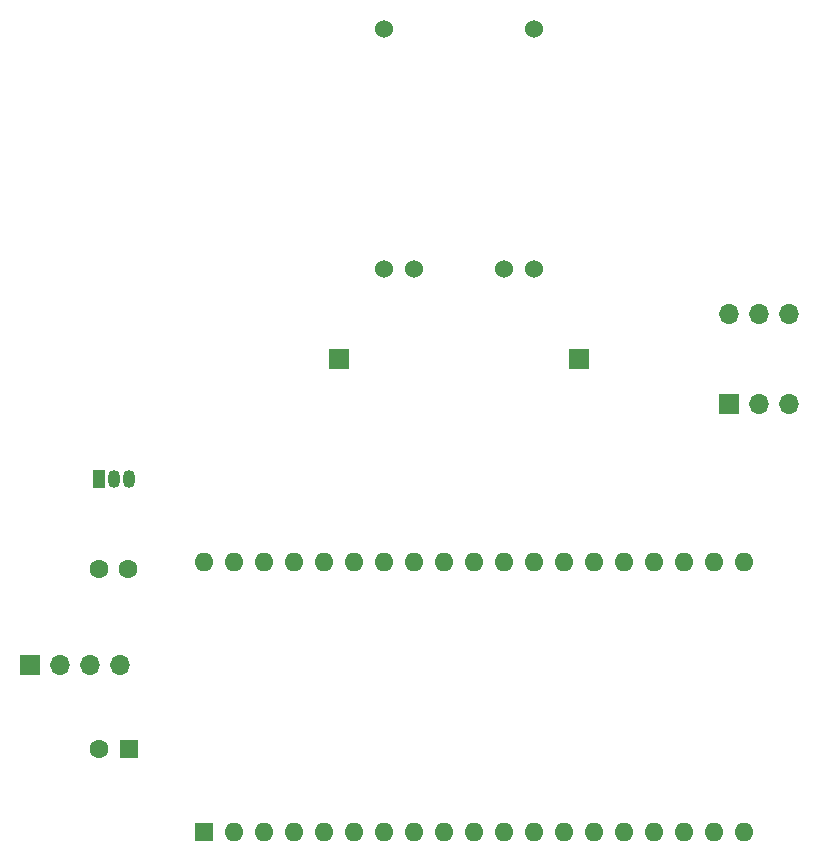
<source format=gbr>
G04 #@! TF.GenerationSoftware,KiCad,Pcbnew,(6.0.7)*
G04 #@! TF.CreationDate,2024-02-28T00:28:35-05:00*
G04 #@! TF.ProjectId,DBA,4442412e-6b69-4636-9164-5f7063625858,rev?*
G04 #@! TF.SameCoordinates,Original*
G04 #@! TF.FileFunction,Soldermask,Top*
G04 #@! TF.FilePolarity,Negative*
%FSLAX46Y46*%
G04 Gerber Fmt 4.6, Leading zero omitted, Abs format (unit mm)*
G04 Created by KiCad (PCBNEW (6.0.7)) date 2024-02-28 00:28:35*
%MOMM*%
%LPD*%
G01*
G04 APERTURE LIST*
%ADD10R,1.050000X1.500000*%
%ADD11O,1.050000X1.500000*%
%ADD12R,1.600000X1.600000*%
%ADD13O,1.600000X1.600000*%
%ADD14C,1.600000*%
%ADD15R,1.700000X1.700000*%
%ADD16O,1.700000X1.700000*%
%ADD17C,1.524000*%
G04 APERTURE END LIST*
D10*
G04 #@! TO.C,U2*
X104140000Y-93980000D03*
D11*
X105410000Y-93980000D03*
X106680000Y-93980000D03*
G04 #@! TD*
D12*
G04 #@! TO.C,U1*
X113090000Y-123880000D03*
D13*
X115630000Y-123880000D03*
X118170000Y-123880000D03*
X120710000Y-123880000D03*
X123250000Y-123880000D03*
X125790000Y-123880000D03*
X128330000Y-123880000D03*
X130870000Y-123880000D03*
X133410000Y-123880000D03*
X135950000Y-123880000D03*
X138490000Y-123880000D03*
X141030000Y-123880000D03*
X143570000Y-123880000D03*
X146110000Y-123880000D03*
X148650000Y-123880000D03*
X151190000Y-123880000D03*
X153730000Y-123880000D03*
X156270000Y-123880000D03*
X158810000Y-123880000D03*
X158810000Y-101020000D03*
X156270000Y-101020000D03*
X153730000Y-101020000D03*
X151190000Y-101020000D03*
X148650000Y-101020000D03*
X146110000Y-101020000D03*
X143570000Y-101020000D03*
X141030000Y-101020000D03*
X138490000Y-101020000D03*
X135950000Y-101020000D03*
X133410000Y-101020000D03*
X130870000Y-101020000D03*
X128330000Y-101020000D03*
X125790000Y-101020000D03*
X123250000Y-101020000D03*
X120710000Y-101020000D03*
X118170000Y-101020000D03*
X115630000Y-101020000D03*
X113090000Y-101020000D03*
G04 #@! TD*
D12*
G04 #@! TO.C,C2*
X106680000Y-116840000D03*
D14*
X104180000Y-116840000D03*
G04 #@! TD*
D15*
G04 #@! TO.C,J4*
X124460000Y-83820000D03*
G04 #@! TD*
D14*
G04 #@! TO.C,C1*
X104140000Y-101600000D03*
X106640000Y-101600000D03*
G04 #@! TD*
D15*
G04 #@! TO.C,MK2*
X98298000Y-109728000D03*
D16*
X100838000Y-109728000D03*
X103378000Y-109728000D03*
X105918000Y-109728000D03*
G04 #@! TD*
D15*
G04 #@! TO.C,MK1*
X157480000Y-87630000D03*
D16*
X160020000Y-87630000D03*
X162560000Y-87630000D03*
X162560000Y-80010000D03*
X160020000Y-80010000D03*
X157480000Y-80010000D03*
G04 #@! TD*
D15*
G04 #@! TO.C,J5*
X144780000Y-83820000D03*
G04 #@! TD*
D17*
G04 #@! TO.C,A1*
X140970000Y-76200000D03*
X140970000Y-55880000D03*
X138430000Y-76200000D03*
X128270000Y-76200000D03*
X130810000Y-76200000D03*
X128270000Y-55880000D03*
G04 #@! TD*
M02*

</source>
